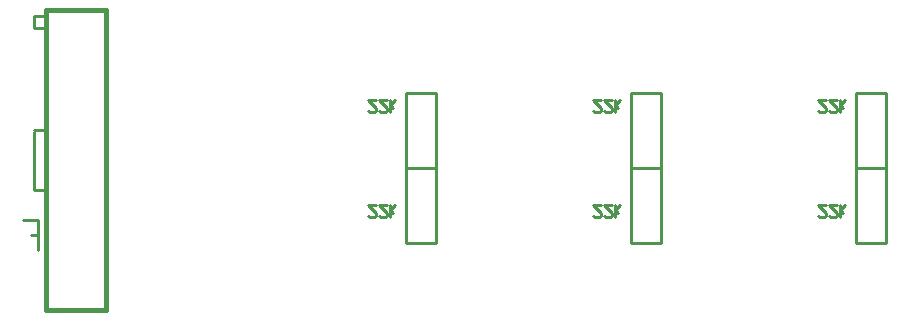
<source format=gbr>
G04 start of page 9 for group -4078 idx -4078 *
G04 Title: (unknown), bottomsilk *
G04 Creator: pcb 4.2.2 *
G04 CreationDate: Tue May 11 21:17:39 2021 UTC *
G04 For: thomasc *
G04 Format: Gerber/RS-274X *
G04 PCB-Dimensions (mil): 5250.00 1500.00 *
G04 PCB-Coordinate-Origin: lower left *
%MOIN*%
%FSLAX25Y25*%
%LNBOTTOMSILK*%
%ADD54C,0.0150*%
%ADD53C,0.0100*%
G54D53*X267500Y46500D02*X268000Y46000D01*
X269500D01*
X270000Y46500D01*
Y47500D01*
X267500Y50000D02*X270000Y47500D01*
X267500Y50000D02*X270000D01*
X271200Y46500D02*X271700Y46000D01*
X273200D01*
X273700Y46500D01*
Y47500D01*
X271200Y50000D02*X273700Y47500D01*
X271200Y50000D02*X273700D01*
X274900Y46000D02*Y50000D01*
Y48500D02*X276400Y50000D01*
X274900Y48500D02*X275900Y47500D01*
X267500Y81500D02*X268000Y81000D01*
X269500D01*
X270000Y81500D01*
Y82500D01*
X267500Y85000D02*X270000Y82500D01*
X267500Y85000D02*X270000D01*
X271200Y81500D02*X271700Y81000D01*
X273200D01*
X273700Y81500D01*
Y82500D01*
X271200Y85000D02*X273700Y82500D01*
X271200Y85000D02*X273700D01*
X274900Y81000D02*Y85000D01*
Y83500D02*X276400Y85000D01*
X274900Y83500D02*X275900Y82500D01*
X342500Y46500D02*X343000Y46000D01*
X344500D01*
X345000Y46500D01*
Y47500D01*
X342500Y50000D02*X345000Y47500D01*
X342500Y50000D02*X345000D01*
X346200Y46500D02*X346700Y46000D01*
X348200D01*
X348700Y46500D01*
Y47500D01*
X346200Y50000D02*X348700Y47500D01*
X346200Y50000D02*X348700D01*
X349900Y46000D02*Y50000D01*
Y48500D02*X351400Y50000D01*
X349900Y48500D02*X350900Y47500D01*
X342500Y81500D02*X343000Y81000D01*
X344500D01*
X345000Y81500D01*
Y82500D01*
X342500Y85000D02*X345000Y82500D01*
X342500Y85000D02*X345000D01*
X346200Y81500D02*X346700Y81000D01*
X348200D01*
X348700Y81500D01*
Y82500D01*
X346200Y85000D02*X348700Y82500D01*
X346200Y85000D02*X348700D01*
X349900Y81000D02*Y85000D01*
Y83500D02*X351400Y85000D01*
X349900Y83500D02*X350900Y82500D01*
X417500Y46500D02*X418000Y46000D01*
X419500D01*
X420000Y46500D01*
Y47500D01*
X417500Y50000D02*X420000Y47500D01*
X417500Y50000D02*X420000D01*
X421200Y46500D02*X421700Y46000D01*
X423200D01*
X423700Y46500D01*
Y47500D01*
X421200Y50000D02*X423700Y47500D01*
X421200Y50000D02*X423700D01*
X424900Y46000D02*Y50000D01*
Y48500D02*X426400Y50000D01*
X424900Y48500D02*X425900Y47500D01*
X417500Y81500D02*X418000Y81000D01*
X419500D01*
X420000Y81500D01*
Y82500D01*
X417500Y85000D02*X420000Y82500D01*
X417500Y85000D02*X420000D01*
X421200Y81500D02*X421700Y81000D01*
X423200D01*
X423700Y81500D01*
Y82500D01*
X421200Y85000D02*X423700Y82500D01*
X421200Y85000D02*X423700D01*
X424900Y81000D02*Y85000D01*
Y83500D02*X426400Y85000D01*
X424900Y83500D02*X425900Y82500D01*
X152500Y45000D02*X157500D01*
Y35000D01*
X155000Y40000D02*X157500D01*
G54D54*X160000Y15000D02*X180000D01*
X160000Y115000D02*X180000D01*
G54D53*X156000Y113000D02*X160000D01*
G54D54*Y115000D02*Y15000D01*
G54D53*X156000Y113000D02*Y109000D01*
G54D54*X180000Y115000D02*Y15000D01*
G54D53*X156000Y109000D02*X160000D01*
X156000Y55000D02*X160000D01*
X156000Y75000D02*X160000D01*
X156000Y74500D02*Y55000D01*
X440000Y62500D02*Y37500D01*
X430000Y62500D02*X440000D01*
X430000D02*Y37500D01*
X440000D01*
Y87500D02*Y62500D01*
X430000Y87500D02*X440000D01*
X430000D02*Y62500D01*
X440000D01*
X290000D02*Y37500D01*
X280000Y62500D02*X290000D01*
X280000D02*Y37500D01*
X290000D01*
Y87500D02*Y62500D01*
X280000Y87500D02*X290000D01*
X280000D02*Y62500D01*
X290000D01*
X365000D02*Y37500D01*
X355000Y62500D02*X365000D01*
X355000D02*Y37500D01*
X365000D01*
Y87500D02*Y62500D01*
X355000Y87500D02*X365000D01*
X355000D02*Y62500D01*
X365000D01*
M02*

</source>
